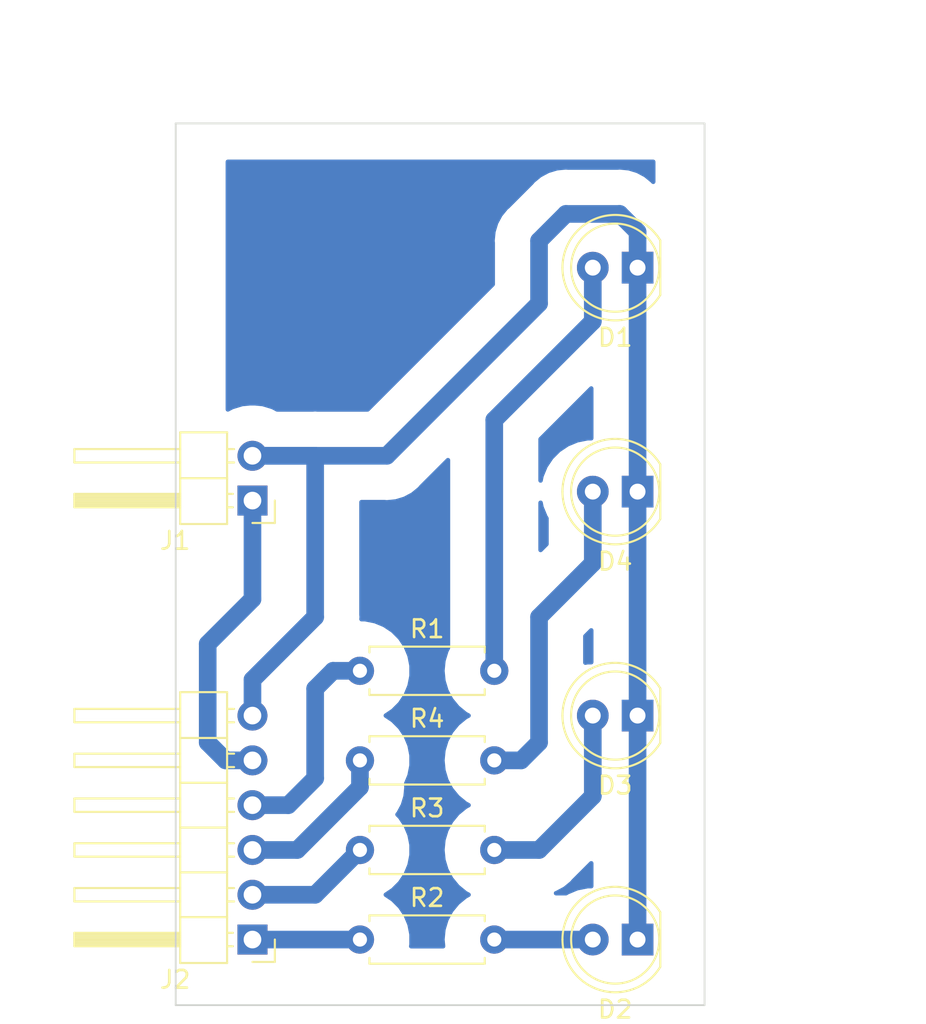
<source format=kicad_pcb>
(kicad_pcb (version 20171130) (host pcbnew "(5.1.2)-2")

  (general
    (thickness 1.6)
    (drawings 9)
    (tracks 42)
    (zones 0)
    (modules 10)
    (nets 11)
  )

  (page A4)
  (layers
    (0 F.Cu signal)
    (31 B.Cu signal)
    (32 B.Adhes user)
    (33 F.Adhes user)
    (34 B.Paste user)
    (35 F.Paste user)
    (36 B.SilkS user)
    (37 F.SilkS user)
    (38 B.Mask user)
    (39 F.Mask user)
    (40 Dwgs.User user)
    (41 Cmts.User user)
    (42 Eco1.User user)
    (43 Eco2.User user)
    (44 Edge.Cuts user)
    (45 Margin user)
    (46 B.CrtYd user)
    (47 F.CrtYd user)
    (48 B.Fab user)
    (49 F.Fab user)
  )

  (setup
    (last_trace_width 1)
    (user_trace_width 1)
    (trace_clearance 0.2)
    (zone_clearance 2)
    (zone_45_only no)
    (trace_min 0.2)
    (via_size 0.8)
    (via_drill 0.4)
    (via_min_size 0.4)
    (via_min_drill 0.3)
    (uvia_size 0.3)
    (uvia_drill 0.1)
    (uvias_allowed no)
    (uvia_min_size 0.2)
    (uvia_min_drill 0.1)
    (edge_width 0.05)
    (segment_width 0.2)
    (pcb_text_width 0.3)
    (pcb_text_size 1.5 1.5)
    (mod_edge_width 0.12)
    (mod_text_size 1 1)
    (mod_text_width 0.15)
    (pad_size 1.524 1.524)
    (pad_drill 0.762)
    (pad_to_mask_clearance 0.051)
    (solder_mask_min_width 0.25)
    (aux_axis_origin 0 0)
    (visible_elements FFFFFF7F)
    (pcbplotparams
      (layerselection 0x010fc_ffffffff)
      (usegerberextensions false)
      (usegerberattributes false)
      (usegerberadvancedattributes false)
      (creategerberjobfile false)
      (excludeedgelayer true)
      (linewidth 0.100000)
      (plotframeref false)
      (viasonmask false)
      (mode 1)
      (useauxorigin false)
      (hpglpennumber 1)
      (hpglpenspeed 20)
      (hpglpendiameter 15.000000)
      (psnegative false)
      (psa4output false)
      (plotreference true)
      (plotvalue true)
      (plotinvisibletext false)
      (padsonsilk false)
      (subtractmaskfromsilk false)
      (outputformat 1)
      (mirror false)
      (drillshape 1)
      (scaleselection 1)
      (outputdirectory ""))
  )

  (net 0 "")
  (net 1 GND)
  (net 2 "Net-(D1-Pad2)")
  (net 3 "Net-(D2-Pad2)")
  (net 4 "Net-(D3-Pad2)")
  (net 5 "Net-(D4-Pad2)")
  (net 6 "Net-(J1-Pad1)")
  (net 7 "Net-(J2-Pad1)")
  (net 8 "Net-(J2-Pad2)")
  (net 9 "Net-(J2-Pad3)")
  (net 10 "Net-(J2-Pad4)")

  (net_class Default "Esta es la clase de red por defecto."
    (clearance 0.2)
    (trace_width 0.25)
    (via_dia 0.8)
    (via_drill 0.4)
    (uvia_dia 0.3)
    (uvia_drill 0.1)
    (add_net GND)
    (add_net "Net-(D1-Pad2)")
    (add_net "Net-(D2-Pad2)")
    (add_net "Net-(D3-Pad2)")
    (add_net "Net-(D4-Pad2)")
    (add_net "Net-(J1-Pad1)")
    (add_net "Net-(J2-Pad1)")
    (add_net "Net-(J2-Pad2)")
    (add_net "Net-(J2-Pad3)")
    (add_net "Net-(J2-Pad4)")
  )

  (module LED_THT:LED_D5.0mm (layer F.Cu) (tedit 5995936A) (tstamp 5DCBA1B7)
    (at 76.2 43.18 180)
    (descr "LED, diameter 5.0mm, 2 pins, http://cdn-reichelt.de/documents/datenblatt/A500/LL-504BC2E-009.pdf")
    (tags "LED diameter 5.0mm 2 pins")
    (path /5DCB350F)
    (fp_text reference D1 (at 1.27 -3.96) (layer F.SilkS)
      (effects (font (size 1 1) (thickness 0.15)))
    )
    (fp_text value Alimentacion (at 1.27 3.96) (layer F.Fab)
      (effects (font (size 1 1) (thickness 0.15)))
    )
    (fp_arc (start 1.27 0) (end -1.23 -1.469694) (angle 299.1) (layer F.Fab) (width 0.1))
    (fp_arc (start 1.27 0) (end -1.29 -1.54483) (angle 148.9) (layer F.SilkS) (width 0.12))
    (fp_arc (start 1.27 0) (end -1.29 1.54483) (angle -148.9) (layer F.SilkS) (width 0.12))
    (fp_circle (center 1.27 0) (end 3.77 0) (layer F.Fab) (width 0.1))
    (fp_circle (center 1.27 0) (end 3.77 0) (layer F.SilkS) (width 0.12))
    (fp_line (start -1.23 -1.469694) (end -1.23 1.469694) (layer F.Fab) (width 0.1))
    (fp_line (start -1.29 -1.545) (end -1.29 1.545) (layer F.SilkS) (width 0.12))
    (fp_line (start -1.95 -3.25) (end -1.95 3.25) (layer F.CrtYd) (width 0.05))
    (fp_line (start -1.95 3.25) (end 4.5 3.25) (layer F.CrtYd) (width 0.05))
    (fp_line (start 4.5 3.25) (end 4.5 -3.25) (layer F.CrtYd) (width 0.05))
    (fp_line (start 4.5 -3.25) (end -1.95 -3.25) (layer F.CrtYd) (width 0.05))
    (fp_text user %R (at 1.25 0) (layer F.Fab)
      (effects (font (size 0.8 0.8) (thickness 0.2)))
    )
    (pad 1 thru_hole rect (at 0 0 180) (size 1.8 1.8) (drill 0.9) (layers *.Cu *.Mask)
      (net 1 GND))
    (pad 2 thru_hole circle (at 2.54 0 180) (size 1.8 1.8) (drill 0.9) (layers *.Cu *.Mask)
      (net 2 "Net-(D1-Pad2)"))
    (model ${KISYS3DMOD}/LED_THT.3dshapes/LED_D5.0mm.wrl
      (at (xyz 0 0 0))
      (scale (xyz 1 1 1))
      (rotate (xyz 0 0 0))
    )
  )

  (module LED_THT:LED_D5.0mm (layer F.Cu) (tedit 5995936A) (tstamp 5DCBA02D)
    (at 76.2 81.28 180)
    (descr "LED, diameter 5.0mm, 2 pins, http://cdn-reichelt.de/documents/datenblatt/A500/LL-504BC2E-009.pdf")
    (tags "LED diameter 5.0mm 2 pins")
    (path /5DCB3E6B)
    (fp_text reference D2 (at 1.27 -3.96) (layer F.SilkS)
      (effects (font (size 1 1) (thickness 0.15)))
    )
    (fp_text value Funcionand (at 1.27 3.96) (layer F.Fab)
      (effects (font (size 1 1) (thickness 0.15)))
    )
    (fp_text user %R (at 1.25 0) (layer F.Fab)
      (effects (font (size 0.8 0.8) (thickness 0.2)))
    )
    (fp_line (start 4.5 -3.25) (end -1.95 -3.25) (layer F.CrtYd) (width 0.05))
    (fp_line (start 4.5 3.25) (end 4.5 -3.25) (layer F.CrtYd) (width 0.05))
    (fp_line (start -1.95 3.25) (end 4.5 3.25) (layer F.CrtYd) (width 0.05))
    (fp_line (start -1.95 -3.25) (end -1.95 3.25) (layer F.CrtYd) (width 0.05))
    (fp_line (start -1.29 -1.545) (end -1.29 1.545) (layer F.SilkS) (width 0.12))
    (fp_line (start -1.23 -1.469694) (end -1.23 1.469694) (layer F.Fab) (width 0.1))
    (fp_circle (center 1.27 0) (end 3.77 0) (layer F.SilkS) (width 0.12))
    (fp_circle (center 1.27 0) (end 3.77 0) (layer F.Fab) (width 0.1))
    (fp_arc (start 1.27 0) (end -1.29 1.54483) (angle -148.9) (layer F.SilkS) (width 0.12))
    (fp_arc (start 1.27 0) (end -1.29 -1.54483) (angle 148.9) (layer F.SilkS) (width 0.12))
    (fp_arc (start 1.27 0) (end -1.23 -1.469694) (angle 299.1) (layer F.Fab) (width 0.1))
    (pad 2 thru_hole circle (at 2.54 0 180) (size 1.8 1.8) (drill 0.9) (layers *.Cu *.Mask)
      (net 3 "Net-(D2-Pad2)"))
    (pad 1 thru_hole rect (at 0 0 180) (size 1.8 1.8) (drill 0.9) (layers *.Cu *.Mask)
      (net 1 GND))
    (model ${KISYS3DMOD}/LED_THT.3dshapes/LED_D5.0mm.wrl
      (at (xyz 0 0 0))
      (scale (xyz 1 1 1))
      (rotate (xyz 0 0 0))
    )
  )

  (module LED_THT:LED_D5.0mm (layer F.Cu) (tedit 5995936A) (tstamp 5DCBA10B)
    (at 76.2 68.58 180)
    (descr "LED, diameter 5.0mm, 2 pins, http://cdn-reichelt.de/documents/datenblatt/A500/LL-504BC2E-009.pdf")
    (tags "LED diameter 5.0mm 2 pins")
    (path /5DCB48B8)
    (fp_text reference D3 (at 1.27 -3.96) (layer F.SilkS)
      (effects (font (size 1 1) (thickness 0.15)))
    )
    (fp_text value Corriendo (at 1.27 3.96) (layer F.Fab)
      (effects (font (size 1 1) (thickness 0.15)))
    )
    (fp_arc (start 1.27 0) (end -1.23 -1.469694) (angle 299.1) (layer F.Fab) (width 0.1))
    (fp_arc (start 1.27 0) (end -1.29 -1.54483) (angle 148.9) (layer F.SilkS) (width 0.12))
    (fp_arc (start 1.27 0) (end -1.29 1.54483) (angle -148.9) (layer F.SilkS) (width 0.12))
    (fp_circle (center 1.27 0) (end 3.77 0) (layer F.Fab) (width 0.1))
    (fp_circle (center 1.27 0) (end 3.77 0) (layer F.SilkS) (width 0.12))
    (fp_line (start -1.23 -1.469694) (end -1.23 1.469694) (layer F.Fab) (width 0.1))
    (fp_line (start -1.29 -1.545) (end -1.29 1.545) (layer F.SilkS) (width 0.12))
    (fp_line (start -1.95 -3.25) (end -1.95 3.25) (layer F.CrtYd) (width 0.05))
    (fp_line (start -1.95 3.25) (end 4.5 3.25) (layer F.CrtYd) (width 0.05))
    (fp_line (start 4.5 3.25) (end 4.5 -3.25) (layer F.CrtYd) (width 0.05))
    (fp_line (start 4.5 -3.25) (end -1.95 -3.25) (layer F.CrtYd) (width 0.05))
    (fp_text user %R (at 1.25 0) (layer F.Fab)
      (effects (font (size 0.8 0.8) (thickness 0.2)))
    )
    (pad 1 thru_hole rect (at 0 0 180) (size 1.8 1.8) (drill 0.9) (layers *.Cu *.Mask)
      (net 1 GND))
    (pad 2 thru_hole circle (at 2.54 0 180) (size 1.8 1.8) (drill 0.9) (layers *.Cu *.Mask)
      (net 4 "Net-(D3-Pad2)"))
    (model ${KISYS3DMOD}/LED_THT.3dshapes/LED_D5.0mm.wrl
      (at (xyz 0 0 0))
      (scale (xyz 1 1 1))
      (rotate (xyz 0 0 0))
    )
  )

  (module LED_THT:LED_D5.0mm (layer F.Cu) (tedit 5995936A) (tstamp 5DCB88FD)
    (at 76.2 55.88 180)
    (descr "LED, diameter 5.0mm, 2 pins, http://cdn-reichelt.de/documents/datenblatt/A500/LL-504BC2E-009.pdf")
    (tags "LED diameter 5.0mm 2 pins")
    (path /5DCB501F)
    (fp_text reference D4 (at 1.27 -3.96) (layer F.SilkS)
      (effects (font (size 1 1) (thickness 0.15)))
    )
    (fp_text value Rele (at 1.27 3.96) (layer F.Fab)
      (effects (font (size 1 1) (thickness 0.15)))
    )
    (fp_text user %R (at 1.25 0) (layer F.Fab)
      (effects (font (size 0.8 0.8) (thickness 0.2)))
    )
    (fp_line (start 4.5 -3.25) (end -1.95 -3.25) (layer F.CrtYd) (width 0.05))
    (fp_line (start 4.5 3.25) (end 4.5 -3.25) (layer F.CrtYd) (width 0.05))
    (fp_line (start -1.95 3.25) (end 4.5 3.25) (layer F.CrtYd) (width 0.05))
    (fp_line (start -1.95 -3.25) (end -1.95 3.25) (layer F.CrtYd) (width 0.05))
    (fp_line (start -1.29 -1.545) (end -1.29 1.545) (layer F.SilkS) (width 0.12))
    (fp_line (start -1.23 -1.469694) (end -1.23 1.469694) (layer F.Fab) (width 0.1))
    (fp_circle (center 1.27 0) (end 3.77 0) (layer F.SilkS) (width 0.12))
    (fp_circle (center 1.27 0) (end 3.77 0) (layer F.Fab) (width 0.1))
    (fp_arc (start 1.27 0) (end -1.29 1.54483) (angle -148.9) (layer F.SilkS) (width 0.12))
    (fp_arc (start 1.27 0) (end -1.29 -1.54483) (angle 148.9) (layer F.SilkS) (width 0.12))
    (fp_arc (start 1.27 0) (end -1.23 -1.469694) (angle 299.1) (layer F.Fab) (width 0.1))
    (pad 2 thru_hole circle (at 2.54 0 180) (size 1.8 1.8) (drill 0.9) (layers *.Cu *.Mask)
      (net 5 "Net-(D4-Pad2)"))
    (pad 1 thru_hole rect (at 0 0 180) (size 1.8 1.8) (drill 0.9) (layers *.Cu *.Mask)
      (net 1 GND))
    (model ${KISYS3DMOD}/LED_THT.3dshapes/LED_D5.0mm.wrl
      (at (xyz 0 0 0))
      (scale (xyz 1 1 1))
      (rotate (xyz 0 0 0))
    )
  )

  (module Connector_PinHeader_2.54mm:PinHeader_1x02_P2.54mm_Horizontal (layer F.Cu) (tedit 59FED5CB) (tstamp 5DCB8DC1)
    (at 54.356 56.388 180)
    (descr "Through hole angled pin header, 1x02, 2.54mm pitch, 6mm pin length, single row")
    (tags "Through hole angled pin header THT 1x02 2.54mm single row")
    (path /5DCB6D15)
    (fp_text reference J1 (at 4.385 -2.27) (layer F.SilkS)
      (effects (font (size 1 1) (thickness 0.15)))
    )
    (fp_text value Conn_01x02_Male (at 4.385 4.81) (layer F.Fab)
      (effects (font (size 1 1) (thickness 0.15)))
    )
    (fp_line (start 2.135 -1.27) (end 4.04 -1.27) (layer F.Fab) (width 0.1))
    (fp_line (start 4.04 -1.27) (end 4.04 3.81) (layer F.Fab) (width 0.1))
    (fp_line (start 4.04 3.81) (end 1.5 3.81) (layer F.Fab) (width 0.1))
    (fp_line (start 1.5 3.81) (end 1.5 -0.635) (layer F.Fab) (width 0.1))
    (fp_line (start 1.5 -0.635) (end 2.135 -1.27) (layer F.Fab) (width 0.1))
    (fp_line (start -0.32 -0.32) (end 1.5 -0.32) (layer F.Fab) (width 0.1))
    (fp_line (start -0.32 -0.32) (end -0.32 0.32) (layer F.Fab) (width 0.1))
    (fp_line (start -0.32 0.32) (end 1.5 0.32) (layer F.Fab) (width 0.1))
    (fp_line (start 4.04 -0.32) (end 10.04 -0.32) (layer F.Fab) (width 0.1))
    (fp_line (start 10.04 -0.32) (end 10.04 0.32) (layer F.Fab) (width 0.1))
    (fp_line (start 4.04 0.32) (end 10.04 0.32) (layer F.Fab) (width 0.1))
    (fp_line (start -0.32 2.22) (end 1.5 2.22) (layer F.Fab) (width 0.1))
    (fp_line (start -0.32 2.22) (end -0.32 2.86) (layer F.Fab) (width 0.1))
    (fp_line (start -0.32 2.86) (end 1.5 2.86) (layer F.Fab) (width 0.1))
    (fp_line (start 4.04 2.22) (end 10.04 2.22) (layer F.Fab) (width 0.1))
    (fp_line (start 10.04 2.22) (end 10.04 2.86) (layer F.Fab) (width 0.1))
    (fp_line (start 4.04 2.86) (end 10.04 2.86) (layer F.Fab) (width 0.1))
    (fp_line (start 1.44 -1.33) (end 1.44 3.87) (layer F.SilkS) (width 0.12))
    (fp_line (start 1.44 3.87) (end 4.1 3.87) (layer F.SilkS) (width 0.12))
    (fp_line (start 4.1 3.87) (end 4.1 -1.33) (layer F.SilkS) (width 0.12))
    (fp_line (start 4.1 -1.33) (end 1.44 -1.33) (layer F.SilkS) (width 0.12))
    (fp_line (start 4.1 -0.38) (end 10.1 -0.38) (layer F.SilkS) (width 0.12))
    (fp_line (start 10.1 -0.38) (end 10.1 0.38) (layer F.SilkS) (width 0.12))
    (fp_line (start 10.1 0.38) (end 4.1 0.38) (layer F.SilkS) (width 0.12))
    (fp_line (start 4.1 -0.32) (end 10.1 -0.32) (layer F.SilkS) (width 0.12))
    (fp_line (start 4.1 -0.2) (end 10.1 -0.2) (layer F.SilkS) (width 0.12))
    (fp_line (start 4.1 -0.08) (end 10.1 -0.08) (layer F.SilkS) (width 0.12))
    (fp_line (start 4.1 0.04) (end 10.1 0.04) (layer F.SilkS) (width 0.12))
    (fp_line (start 4.1 0.16) (end 10.1 0.16) (layer F.SilkS) (width 0.12))
    (fp_line (start 4.1 0.28) (end 10.1 0.28) (layer F.SilkS) (width 0.12))
    (fp_line (start 1.11 -0.38) (end 1.44 -0.38) (layer F.SilkS) (width 0.12))
    (fp_line (start 1.11 0.38) (end 1.44 0.38) (layer F.SilkS) (width 0.12))
    (fp_line (start 1.44 1.27) (end 4.1 1.27) (layer F.SilkS) (width 0.12))
    (fp_line (start 4.1 2.16) (end 10.1 2.16) (layer F.SilkS) (width 0.12))
    (fp_line (start 10.1 2.16) (end 10.1 2.92) (layer F.SilkS) (width 0.12))
    (fp_line (start 10.1 2.92) (end 4.1 2.92) (layer F.SilkS) (width 0.12))
    (fp_line (start 1.042929 2.16) (end 1.44 2.16) (layer F.SilkS) (width 0.12))
    (fp_line (start 1.042929 2.92) (end 1.44 2.92) (layer F.SilkS) (width 0.12))
    (fp_line (start -1.27 0) (end -1.27 -1.27) (layer F.SilkS) (width 0.12))
    (fp_line (start -1.27 -1.27) (end 0 -1.27) (layer F.SilkS) (width 0.12))
    (fp_line (start -1.8 -1.8) (end -1.8 4.35) (layer F.CrtYd) (width 0.05))
    (fp_line (start -1.8 4.35) (end 10.55 4.35) (layer F.CrtYd) (width 0.05))
    (fp_line (start 10.55 4.35) (end 10.55 -1.8) (layer F.CrtYd) (width 0.05))
    (fp_line (start 10.55 -1.8) (end -1.8 -1.8) (layer F.CrtYd) (width 0.05))
    (fp_text user %R (at 2.77 1.27 270) (layer F.Fab)
      (effects (font (size 1 1) (thickness 0.15)))
    )
    (pad 1 thru_hole rect (at 0 0 180) (size 1.7 1.7) (drill 1) (layers *.Cu *.Mask)
      (net 6 "Net-(J1-Pad1)"))
    (pad 2 thru_hole oval (at 0 2.54 180) (size 1.7 1.7) (drill 1) (layers *.Cu *.Mask)
      (net 1 GND))
    (model ${KISYS3DMOD}/Connector_PinHeader_2.54mm.3dshapes/PinHeader_1x02_P2.54mm_Horizontal.wrl
      (at (xyz 0 0 0))
      (scale (xyz 1 1 1))
      (rotate (xyz 0 0 0))
    )
  )

  (module Connector_PinHeader_2.54mm:PinHeader_1x06_P2.54mm_Horizontal (layer F.Cu) (tedit 59FED5CB) (tstamp 5DCB9C6C)
    (at 54.356 81.28 180)
    (descr "Through hole angled pin header, 1x06, 2.54mm pitch, 6mm pin length, single row")
    (tags "Through hole angled pin header THT 1x06 2.54mm single row")
    (path /5DCB5725)
    (fp_text reference J2 (at 4.385 -2.27) (layer F.SilkS)
      (effects (font (size 1 1) (thickness 0.15)))
    )
    (fp_text value Conn_01x06_Male (at 4.385 14.97) (layer F.Fab)
      (effects (font (size 1 1) (thickness 0.15)))
    )
    (fp_line (start 2.135 -1.27) (end 4.04 -1.27) (layer F.Fab) (width 0.1))
    (fp_line (start 4.04 -1.27) (end 4.04 13.97) (layer F.Fab) (width 0.1))
    (fp_line (start 4.04 13.97) (end 1.5 13.97) (layer F.Fab) (width 0.1))
    (fp_line (start 1.5 13.97) (end 1.5 -0.635) (layer F.Fab) (width 0.1))
    (fp_line (start 1.5 -0.635) (end 2.135 -1.27) (layer F.Fab) (width 0.1))
    (fp_line (start -0.32 -0.32) (end 1.5 -0.32) (layer F.Fab) (width 0.1))
    (fp_line (start -0.32 -0.32) (end -0.32 0.32) (layer F.Fab) (width 0.1))
    (fp_line (start -0.32 0.32) (end 1.5 0.32) (layer F.Fab) (width 0.1))
    (fp_line (start 4.04 -0.32) (end 10.04 -0.32) (layer F.Fab) (width 0.1))
    (fp_line (start 10.04 -0.32) (end 10.04 0.32) (layer F.Fab) (width 0.1))
    (fp_line (start 4.04 0.32) (end 10.04 0.32) (layer F.Fab) (width 0.1))
    (fp_line (start -0.32 2.22) (end 1.5 2.22) (layer F.Fab) (width 0.1))
    (fp_line (start -0.32 2.22) (end -0.32 2.86) (layer F.Fab) (width 0.1))
    (fp_line (start -0.32 2.86) (end 1.5 2.86) (layer F.Fab) (width 0.1))
    (fp_line (start 4.04 2.22) (end 10.04 2.22) (layer F.Fab) (width 0.1))
    (fp_line (start 10.04 2.22) (end 10.04 2.86) (layer F.Fab) (width 0.1))
    (fp_line (start 4.04 2.86) (end 10.04 2.86) (layer F.Fab) (width 0.1))
    (fp_line (start -0.32 4.76) (end 1.5 4.76) (layer F.Fab) (width 0.1))
    (fp_line (start -0.32 4.76) (end -0.32 5.4) (layer F.Fab) (width 0.1))
    (fp_line (start -0.32 5.4) (end 1.5 5.4) (layer F.Fab) (width 0.1))
    (fp_line (start 4.04 4.76) (end 10.04 4.76) (layer F.Fab) (width 0.1))
    (fp_line (start 10.04 4.76) (end 10.04 5.4) (layer F.Fab) (width 0.1))
    (fp_line (start 4.04 5.4) (end 10.04 5.4) (layer F.Fab) (width 0.1))
    (fp_line (start -0.32 7.3) (end 1.5 7.3) (layer F.Fab) (width 0.1))
    (fp_line (start -0.32 7.3) (end -0.32 7.94) (layer F.Fab) (width 0.1))
    (fp_line (start -0.32 7.94) (end 1.5 7.94) (layer F.Fab) (width 0.1))
    (fp_line (start 4.04 7.3) (end 10.04 7.3) (layer F.Fab) (width 0.1))
    (fp_line (start 10.04 7.3) (end 10.04 7.94) (layer F.Fab) (width 0.1))
    (fp_line (start 4.04 7.94) (end 10.04 7.94) (layer F.Fab) (width 0.1))
    (fp_line (start -0.32 9.84) (end 1.5 9.84) (layer F.Fab) (width 0.1))
    (fp_line (start -0.32 9.84) (end -0.32 10.48) (layer F.Fab) (width 0.1))
    (fp_line (start -0.32 10.48) (end 1.5 10.48) (layer F.Fab) (width 0.1))
    (fp_line (start 4.04 9.84) (end 10.04 9.84) (layer F.Fab) (width 0.1))
    (fp_line (start 10.04 9.84) (end 10.04 10.48) (layer F.Fab) (width 0.1))
    (fp_line (start 4.04 10.48) (end 10.04 10.48) (layer F.Fab) (width 0.1))
    (fp_line (start -0.32 12.38) (end 1.5 12.38) (layer F.Fab) (width 0.1))
    (fp_line (start -0.32 12.38) (end -0.32 13.02) (layer F.Fab) (width 0.1))
    (fp_line (start -0.32 13.02) (end 1.5 13.02) (layer F.Fab) (width 0.1))
    (fp_line (start 4.04 12.38) (end 10.04 12.38) (layer F.Fab) (width 0.1))
    (fp_line (start 10.04 12.38) (end 10.04 13.02) (layer F.Fab) (width 0.1))
    (fp_line (start 4.04 13.02) (end 10.04 13.02) (layer F.Fab) (width 0.1))
    (fp_line (start 1.44 -1.33) (end 1.44 14.03) (layer F.SilkS) (width 0.12))
    (fp_line (start 1.44 14.03) (end 4.1 14.03) (layer F.SilkS) (width 0.12))
    (fp_line (start 4.1 14.03) (end 4.1 -1.33) (layer F.SilkS) (width 0.12))
    (fp_line (start 4.1 -1.33) (end 1.44 -1.33) (layer F.SilkS) (width 0.12))
    (fp_line (start 4.1 -0.38) (end 10.1 -0.38) (layer F.SilkS) (width 0.12))
    (fp_line (start 10.1 -0.38) (end 10.1 0.38) (layer F.SilkS) (width 0.12))
    (fp_line (start 10.1 0.38) (end 4.1 0.38) (layer F.SilkS) (width 0.12))
    (fp_line (start 4.1 -0.32) (end 10.1 -0.32) (layer F.SilkS) (width 0.12))
    (fp_line (start 4.1 -0.2) (end 10.1 -0.2) (layer F.SilkS) (width 0.12))
    (fp_line (start 4.1 -0.08) (end 10.1 -0.08) (layer F.SilkS) (width 0.12))
    (fp_line (start 4.1 0.04) (end 10.1 0.04) (layer F.SilkS) (width 0.12))
    (fp_line (start 4.1 0.16) (end 10.1 0.16) (layer F.SilkS) (width 0.12))
    (fp_line (start 4.1 0.28) (end 10.1 0.28) (layer F.SilkS) (width 0.12))
    (fp_line (start 1.11 -0.38) (end 1.44 -0.38) (layer F.SilkS) (width 0.12))
    (fp_line (start 1.11 0.38) (end 1.44 0.38) (layer F.SilkS) (width 0.12))
    (fp_line (start 1.44 1.27) (end 4.1 1.27) (layer F.SilkS) (width 0.12))
    (fp_line (start 4.1 2.16) (end 10.1 2.16) (layer F.SilkS) (width 0.12))
    (fp_line (start 10.1 2.16) (end 10.1 2.92) (layer F.SilkS) (width 0.12))
    (fp_line (start 10.1 2.92) (end 4.1 2.92) (layer F.SilkS) (width 0.12))
    (fp_line (start 1.042929 2.16) (end 1.44 2.16) (layer F.SilkS) (width 0.12))
    (fp_line (start 1.042929 2.92) (end 1.44 2.92) (layer F.SilkS) (width 0.12))
    (fp_line (start 1.44 3.81) (end 4.1 3.81) (layer F.SilkS) (width 0.12))
    (fp_line (start 4.1 4.7) (end 10.1 4.7) (layer F.SilkS) (width 0.12))
    (fp_line (start 10.1 4.7) (end 10.1 5.46) (layer F.SilkS) (width 0.12))
    (fp_line (start 10.1 5.46) (end 4.1 5.46) (layer F.SilkS) (width 0.12))
    (fp_line (start 1.042929 4.7) (end 1.44 4.7) (layer F.SilkS) (width 0.12))
    (fp_line (start 1.042929 5.46) (end 1.44 5.46) (layer F.SilkS) (width 0.12))
    (fp_line (start 1.44 6.35) (end 4.1 6.35) (layer F.SilkS) (width 0.12))
    (fp_line (start 4.1 7.24) (end 10.1 7.24) (layer F.SilkS) (width 0.12))
    (fp_line (start 10.1 7.24) (end 10.1 8) (layer F.SilkS) (width 0.12))
    (fp_line (start 10.1 8) (end 4.1 8) (layer F.SilkS) (width 0.12))
    (fp_line (start 1.042929 7.24) (end 1.44 7.24) (layer F.SilkS) (width 0.12))
    (fp_line (start 1.042929 8) (end 1.44 8) (layer F.SilkS) (width 0.12))
    (fp_line (start 1.44 8.89) (end 4.1 8.89) (layer F.SilkS) (width 0.12))
    (fp_line (start 4.1 9.78) (end 10.1 9.78) (layer F.SilkS) (width 0.12))
    (fp_line (start 10.1 9.78) (end 10.1 10.54) (layer F.SilkS) (width 0.12))
    (fp_line (start 10.1 10.54) (end 4.1 10.54) (layer F.SilkS) (width 0.12))
    (fp_line (start 1.042929 9.78) (end 1.44 9.78) (layer F.SilkS) (width 0.12))
    (fp_line (start 1.042929 10.54) (end 1.44 10.54) (layer F.SilkS) (width 0.12))
    (fp_line (start 1.44 11.43) (end 4.1 11.43) (layer F.SilkS) (width 0.12))
    (fp_line (start 4.1 12.32) (end 10.1 12.32) (layer F.SilkS) (width 0.12))
    (fp_line (start 10.1 12.32) (end 10.1 13.08) (layer F.SilkS) (width 0.12))
    (fp_line (start 10.1 13.08) (end 4.1 13.08) (layer F.SilkS) (width 0.12))
    (fp_line (start 1.042929 12.32) (end 1.44 12.32) (layer F.SilkS) (width 0.12))
    (fp_line (start 1.042929 13.08) (end 1.44 13.08) (layer F.SilkS) (width 0.12))
    (fp_line (start -1.27 0) (end -1.27 -1.27) (layer F.SilkS) (width 0.12))
    (fp_line (start -1.27 -1.27) (end 0 -1.27) (layer F.SilkS) (width 0.12))
    (fp_line (start -1.8 -1.8) (end -1.8 14.5) (layer F.CrtYd) (width 0.05))
    (fp_line (start -1.8 14.5) (end 10.55 14.5) (layer F.CrtYd) (width 0.05))
    (fp_line (start 10.55 14.5) (end 10.55 -1.8) (layer F.CrtYd) (width 0.05))
    (fp_line (start 10.55 -1.8) (end -1.8 -1.8) (layer F.CrtYd) (width 0.05))
    (fp_text user %R (at 2.77 6.35 90) (layer F.Fab)
      (effects (font (size 1 1) (thickness 0.15)))
    )
    (pad 1 thru_hole rect (at 0 0 180) (size 1.7 1.7) (drill 1) (layers *.Cu *.Mask)
      (net 7 "Net-(J2-Pad1)"))
    (pad 2 thru_hole oval (at 0 2.54 180) (size 1.7 1.7) (drill 1) (layers *.Cu *.Mask)
      (net 8 "Net-(J2-Pad2)"))
    (pad 3 thru_hole oval (at 0 5.08 180) (size 1.7 1.7) (drill 1) (layers *.Cu *.Mask)
      (net 9 "Net-(J2-Pad3)"))
    (pad 4 thru_hole oval (at 0 7.62 180) (size 1.7 1.7) (drill 1) (layers *.Cu *.Mask)
      (net 10 "Net-(J2-Pad4)"))
    (pad 5 thru_hole oval (at 0 10.16 180) (size 1.7 1.7) (drill 1) (layers *.Cu *.Mask)
      (net 6 "Net-(J1-Pad1)"))
    (pad 6 thru_hole oval (at 0 12.7 180) (size 1.7 1.7) (drill 1) (layers *.Cu *.Mask)
      (net 1 GND))
    (model ${KISYS3DMOD}/Connector_PinHeader_2.54mm.3dshapes/PinHeader_1x06_P2.54mm_Horizontal.wrl
      (at (xyz 0 0 0))
      (scale (xyz 1 1 1))
      (rotate (xyz 0 0 0))
    )
  )

  (module Resistor_THT:R_Axial_DIN0207_L6.3mm_D2.5mm_P7.62mm_Horizontal (layer F.Cu) (tedit 5AE5139B) (tstamp 5DCB89AE)
    (at 60.452 66.04)
    (descr "Resistor, Axial_DIN0207 series, Axial, Horizontal, pin pitch=7.62mm, 0.25W = 1/4W, length*diameter=6.3*2.5mm^2, http://cdn-reichelt.de/documents/datenblatt/B400/1_4W%23YAG.pdf")
    (tags "Resistor Axial_DIN0207 series Axial Horizontal pin pitch 7.62mm 0.25W = 1/4W length 6.3mm diameter 2.5mm")
    (path /5DCB7A95)
    (fp_text reference R1 (at 3.81 -2.37) (layer F.SilkS)
      (effects (font (size 1 1) (thickness 0.15)))
    )
    (fp_text value R (at 3.81 2.37) (layer F.Fab)
      (effects (font (size 1 1) (thickness 0.15)))
    )
    (fp_line (start 0.66 -1.25) (end 0.66 1.25) (layer F.Fab) (width 0.1))
    (fp_line (start 0.66 1.25) (end 6.96 1.25) (layer F.Fab) (width 0.1))
    (fp_line (start 6.96 1.25) (end 6.96 -1.25) (layer F.Fab) (width 0.1))
    (fp_line (start 6.96 -1.25) (end 0.66 -1.25) (layer F.Fab) (width 0.1))
    (fp_line (start 0 0) (end 0.66 0) (layer F.Fab) (width 0.1))
    (fp_line (start 7.62 0) (end 6.96 0) (layer F.Fab) (width 0.1))
    (fp_line (start 0.54 -1.04) (end 0.54 -1.37) (layer F.SilkS) (width 0.12))
    (fp_line (start 0.54 -1.37) (end 7.08 -1.37) (layer F.SilkS) (width 0.12))
    (fp_line (start 7.08 -1.37) (end 7.08 -1.04) (layer F.SilkS) (width 0.12))
    (fp_line (start 0.54 1.04) (end 0.54 1.37) (layer F.SilkS) (width 0.12))
    (fp_line (start 0.54 1.37) (end 7.08 1.37) (layer F.SilkS) (width 0.12))
    (fp_line (start 7.08 1.37) (end 7.08 1.04) (layer F.SilkS) (width 0.12))
    (fp_line (start -1.05 -1.5) (end -1.05 1.5) (layer F.CrtYd) (width 0.05))
    (fp_line (start -1.05 1.5) (end 8.67 1.5) (layer F.CrtYd) (width 0.05))
    (fp_line (start 8.67 1.5) (end 8.67 -1.5) (layer F.CrtYd) (width 0.05))
    (fp_line (start 8.67 -1.5) (end -1.05 -1.5) (layer F.CrtYd) (width 0.05))
    (fp_text user %R (at 3.81 0) (layer F.Fab)
      (effects (font (size 1 1) (thickness 0.15)))
    )
    (pad 1 thru_hole circle (at 0 0) (size 1.6 1.6) (drill 0.8) (layers *.Cu *.Mask)
      (net 10 "Net-(J2-Pad4)"))
    (pad 2 thru_hole oval (at 7.62 0) (size 1.6 1.6) (drill 0.8) (layers *.Cu *.Mask)
      (net 2 "Net-(D1-Pad2)"))
    (model ${KISYS3DMOD}/Resistor_THT.3dshapes/R_Axial_DIN0207_L6.3mm_D2.5mm_P7.62mm_Horizontal.wrl
      (at (xyz 0 0 0))
      (scale (xyz 1 1 1))
      (rotate (xyz 0 0 0))
    )
  )

  (module Resistor_THT:R_Axial_DIN0207_L6.3mm_D2.5mm_P7.62mm_Horizontal (layer F.Cu) (tedit 5AE5139B) (tstamp 5DCB9AD7)
    (at 60.452 81.28)
    (descr "Resistor, Axial_DIN0207 series, Axial, Horizontal, pin pitch=7.62mm, 0.25W = 1/4W, length*diameter=6.3*2.5mm^2, http://cdn-reichelt.de/documents/datenblatt/B400/1_4W%23YAG.pdf")
    (tags "Resistor Axial_DIN0207 series Axial Horizontal pin pitch 7.62mm 0.25W = 1/4W length 6.3mm diameter 2.5mm")
    (path /5DCB8331)
    (fp_text reference R2 (at 3.81 -2.37) (layer F.SilkS)
      (effects (font (size 1 1) (thickness 0.15)))
    )
    (fp_text value R (at 3.81 2.37) (layer F.Fab)
      (effects (font (size 1 1) (thickness 0.15)))
    )
    (fp_text user %R (at 3.81 0) (layer F.Fab)
      (effects (font (size 1 1) (thickness 0.15)))
    )
    (fp_line (start 8.67 -1.5) (end -1.05 -1.5) (layer F.CrtYd) (width 0.05))
    (fp_line (start 8.67 1.5) (end 8.67 -1.5) (layer F.CrtYd) (width 0.05))
    (fp_line (start -1.05 1.5) (end 8.67 1.5) (layer F.CrtYd) (width 0.05))
    (fp_line (start -1.05 -1.5) (end -1.05 1.5) (layer F.CrtYd) (width 0.05))
    (fp_line (start 7.08 1.37) (end 7.08 1.04) (layer F.SilkS) (width 0.12))
    (fp_line (start 0.54 1.37) (end 7.08 1.37) (layer F.SilkS) (width 0.12))
    (fp_line (start 0.54 1.04) (end 0.54 1.37) (layer F.SilkS) (width 0.12))
    (fp_line (start 7.08 -1.37) (end 7.08 -1.04) (layer F.SilkS) (width 0.12))
    (fp_line (start 0.54 -1.37) (end 7.08 -1.37) (layer F.SilkS) (width 0.12))
    (fp_line (start 0.54 -1.04) (end 0.54 -1.37) (layer F.SilkS) (width 0.12))
    (fp_line (start 7.62 0) (end 6.96 0) (layer F.Fab) (width 0.1))
    (fp_line (start 0 0) (end 0.66 0) (layer F.Fab) (width 0.1))
    (fp_line (start 6.96 -1.25) (end 0.66 -1.25) (layer F.Fab) (width 0.1))
    (fp_line (start 6.96 1.25) (end 6.96 -1.25) (layer F.Fab) (width 0.1))
    (fp_line (start 0.66 1.25) (end 6.96 1.25) (layer F.Fab) (width 0.1))
    (fp_line (start 0.66 -1.25) (end 0.66 1.25) (layer F.Fab) (width 0.1))
    (pad 2 thru_hole oval (at 7.62 0) (size 1.6 1.6) (drill 0.8) (layers *.Cu *.Mask)
      (net 3 "Net-(D2-Pad2)"))
    (pad 1 thru_hole circle (at 0 0) (size 1.6 1.6) (drill 0.8) (layers *.Cu *.Mask)
      (net 7 "Net-(J2-Pad1)"))
    (model ${KISYS3DMOD}/Resistor_THT.3dshapes/R_Axial_DIN0207_L6.3mm_D2.5mm_P7.62mm_Horizontal.wrl
      (at (xyz 0 0 0))
      (scale (xyz 1 1 1))
      (rotate (xyz 0 0 0))
    )
  )

  (module Resistor_THT:R_Axial_DIN0207_L6.3mm_D2.5mm_P7.62mm_Horizontal (layer F.Cu) (tedit 5AE5139B) (tstamp 5DCB89DC)
    (at 60.452 76.2)
    (descr "Resistor, Axial_DIN0207 series, Axial, Horizontal, pin pitch=7.62mm, 0.25W = 1/4W, length*diameter=6.3*2.5mm^2, http://cdn-reichelt.de/documents/datenblatt/B400/1_4W%23YAG.pdf")
    (tags "Resistor Axial_DIN0207 series Axial Horizontal pin pitch 7.62mm 0.25W = 1/4W length 6.3mm diameter 2.5mm")
    (path /5DCB8819)
    (fp_text reference R3 (at 3.81 -2.37) (layer F.SilkS)
      (effects (font (size 1 1) (thickness 0.15)))
    )
    (fp_text value R (at 3.81 2.37) (layer F.Fab)
      (effects (font (size 1 1) (thickness 0.15)))
    )
    (fp_line (start 0.66 -1.25) (end 0.66 1.25) (layer F.Fab) (width 0.1))
    (fp_line (start 0.66 1.25) (end 6.96 1.25) (layer F.Fab) (width 0.1))
    (fp_line (start 6.96 1.25) (end 6.96 -1.25) (layer F.Fab) (width 0.1))
    (fp_line (start 6.96 -1.25) (end 0.66 -1.25) (layer F.Fab) (width 0.1))
    (fp_line (start 0 0) (end 0.66 0) (layer F.Fab) (width 0.1))
    (fp_line (start 7.62 0) (end 6.96 0) (layer F.Fab) (width 0.1))
    (fp_line (start 0.54 -1.04) (end 0.54 -1.37) (layer F.SilkS) (width 0.12))
    (fp_line (start 0.54 -1.37) (end 7.08 -1.37) (layer F.SilkS) (width 0.12))
    (fp_line (start 7.08 -1.37) (end 7.08 -1.04) (layer F.SilkS) (width 0.12))
    (fp_line (start 0.54 1.04) (end 0.54 1.37) (layer F.SilkS) (width 0.12))
    (fp_line (start 0.54 1.37) (end 7.08 1.37) (layer F.SilkS) (width 0.12))
    (fp_line (start 7.08 1.37) (end 7.08 1.04) (layer F.SilkS) (width 0.12))
    (fp_line (start -1.05 -1.5) (end -1.05 1.5) (layer F.CrtYd) (width 0.05))
    (fp_line (start -1.05 1.5) (end 8.67 1.5) (layer F.CrtYd) (width 0.05))
    (fp_line (start 8.67 1.5) (end 8.67 -1.5) (layer F.CrtYd) (width 0.05))
    (fp_line (start 8.67 -1.5) (end -1.05 -1.5) (layer F.CrtYd) (width 0.05))
    (fp_text user %R (at 3.81 0) (layer F.Fab)
      (effects (font (size 1 1) (thickness 0.15)))
    )
    (pad 1 thru_hole circle (at 0 0) (size 1.6 1.6) (drill 0.8) (layers *.Cu *.Mask)
      (net 8 "Net-(J2-Pad2)"))
    (pad 2 thru_hole oval (at 7.62 0) (size 1.6 1.6) (drill 0.8) (layers *.Cu *.Mask)
      (net 4 "Net-(D3-Pad2)"))
    (model ${KISYS3DMOD}/Resistor_THT.3dshapes/R_Axial_DIN0207_L6.3mm_D2.5mm_P7.62mm_Horizontal.wrl
      (at (xyz 0 0 0))
      (scale (xyz 1 1 1))
      (rotate (xyz 0 0 0))
    )
  )

  (module Resistor_THT:R_Axial_DIN0207_L6.3mm_D2.5mm_P7.62mm_Horizontal (layer F.Cu) (tedit 5AE5139B) (tstamp 5DCB89F3)
    (at 60.452 71.12)
    (descr "Resistor, Axial_DIN0207 series, Axial, Horizontal, pin pitch=7.62mm, 0.25W = 1/4W, length*diameter=6.3*2.5mm^2, http://cdn-reichelt.de/documents/datenblatt/B400/1_4W%23YAG.pdf")
    (tags "Resistor Axial_DIN0207 series Axial Horizontal pin pitch 7.62mm 0.25W = 1/4W length 6.3mm diameter 2.5mm")
    (path /5DCB8BF9)
    (fp_text reference R4 (at 3.81 -2.37) (layer F.SilkS)
      (effects (font (size 1 1) (thickness 0.15)))
    )
    (fp_text value R (at 3.81 2.37) (layer F.Fab)
      (effects (font (size 1 1) (thickness 0.15)))
    )
    (fp_text user %R (at 3.81 0) (layer F.Fab)
      (effects (font (size 1 1) (thickness 0.15)))
    )
    (fp_line (start 8.67 -1.5) (end -1.05 -1.5) (layer F.CrtYd) (width 0.05))
    (fp_line (start 8.67 1.5) (end 8.67 -1.5) (layer F.CrtYd) (width 0.05))
    (fp_line (start -1.05 1.5) (end 8.67 1.5) (layer F.CrtYd) (width 0.05))
    (fp_line (start -1.05 -1.5) (end -1.05 1.5) (layer F.CrtYd) (width 0.05))
    (fp_line (start 7.08 1.37) (end 7.08 1.04) (layer F.SilkS) (width 0.12))
    (fp_line (start 0.54 1.37) (end 7.08 1.37) (layer F.SilkS) (width 0.12))
    (fp_line (start 0.54 1.04) (end 0.54 1.37) (layer F.SilkS) (width 0.12))
    (fp_line (start 7.08 -1.37) (end 7.08 -1.04) (layer F.SilkS) (width 0.12))
    (fp_line (start 0.54 -1.37) (end 7.08 -1.37) (layer F.SilkS) (width 0.12))
    (fp_line (start 0.54 -1.04) (end 0.54 -1.37) (layer F.SilkS) (width 0.12))
    (fp_line (start 7.62 0) (end 6.96 0) (layer F.Fab) (width 0.1))
    (fp_line (start 0 0) (end 0.66 0) (layer F.Fab) (width 0.1))
    (fp_line (start 6.96 -1.25) (end 0.66 -1.25) (layer F.Fab) (width 0.1))
    (fp_line (start 6.96 1.25) (end 6.96 -1.25) (layer F.Fab) (width 0.1))
    (fp_line (start 0.66 1.25) (end 6.96 1.25) (layer F.Fab) (width 0.1))
    (fp_line (start 0.66 -1.25) (end 0.66 1.25) (layer F.Fab) (width 0.1))
    (pad 2 thru_hole oval (at 7.62 0) (size 1.6 1.6) (drill 0.8) (layers *.Cu *.Mask)
      (net 5 "Net-(D4-Pad2)"))
    (pad 1 thru_hole circle (at 0 0) (size 1.6 1.6) (drill 0.8) (layers *.Cu *.Mask)
      (net 9 "Net-(J2-Pad3)"))
    (model ${KISYS3DMOD}/Resistor_THT.3dshapes/R_Axial_DIN0207_L6.3mm_D2.5mm_P7.62mm_Horizontal.wrl
      (at (xyz 0 0 0))
      (scale (xyz 1 1 1))
      (rotate (xyz 0 0 0))
    )
  )

  (dimension 12.7 (width 0.15) (layer Eco2.User) (tstamp 5DCBA165)
    (gr_text "12.700 mm" (at 91.216 49.53 90) (layer Eco2.User) (tstamp 5DCBA165)
      (effects (font (size 1 1) (thickness 0.15)))
    )
    (feature1 (pts (xy 80.772 43.18) (xy 90.502421 43.18)))
    (feature2 (pts (xy 80.772 55.88) (xy 90.502421 55.88)))
    (crossbar (pts (xy 89.916 55.88) (xy 89.916 43.18)))
    (arrow1a (pts (xy 89.916 43.18) (xy 90.502421 44.306504)))
    (arrow1b (pts (xy 89.916 43.18) (xy 89.329579 44.306504)))
    (arrow2a (pts (xy 89.916 55.88) (xy 90.502421 54.753496)))
    (arrow2b (pts (xy 89.916 55.88) (xy 89.329579 54.753496)))
  )
  (dimension 12.7 (width 0.15) (layer Eco2.User) (tstamp 5DCBA165)
    (gr_text "12.700 mm" (at 91.216 62.23 90) (layer Eco2.User) (tstamp 5DCBA165)
      (effects (font (size 1 1) (thickness 0.15)))
    )
    (feature1 (pts (xy 80.772 55.88) (xy 90.502421 55.88)))
    (feature2 (pts (xy 80.772 68.58) (xy 90.502421 68.58)))
    (crossbar (pts (xy 89.916 68.58) (xy 89.916 55.88)))
    (arrow1a (pts (xy 89.916 55.88) (xy 90.502421 57.006504)))
    (arrow1b (pts (xy 89.916 55.88) (xy 89.329579 57.006504)))
    (arrow2a (pts (xy 89.916 68.58) (xy 90.502421 67.453496)))
    (arrow2b (pts (xy 89.916 68.58) (xy 89.329579 67.453496)))
  )
  (dimension 12.7 (width 0.15) (layer Eco2.User)
    (gr_text "12.700 mm" (at 91.216 74.93 90) (layer Eco2.User)
      (effects (font (size 1 1) (thickness 0.15)))
    )
    (feature1 (pts (xy 80.772 68.58) (xy 90.502421 68.58)))
    (feature2 (pts (xy 80.772 81.28) (xy 90.502421 81.28)))
    (crossbar (pts (xy 89.916 81.28) (xy 89.916 68.58)))
    (arrow1a (pts (xy 89.916 68.58) (xy 90.502421 69.706504)))
    (arrow1b (pts (xy 89.916 68.58) (xy 89.329579 69.706504)))
    (arrow2a (pts (xy 89.916 81.28) (xy 90.502421 80.153496)))
    (arrow2b (pts (xy 89.916 81.28) (xy 89.329579 80.153496)))
  )
  (gr_line (start 80 85) (end 50 85) (layer Edge.Cuts) (width 0.1))
  (gr_line (start 80 35) (end 80 85) (layer Edge.Cuts) (width 0.1))
  (gr_line (start 50 35) (end 80 35) (layer Edge.Cuts) (width 0.1))
  (gr_line (start 50 85) (end 50 35) (layer Edge.Cuts) (width 0.1))
  (dimension 30 (width 0.15) (layer Eco2.User)
    (gr_text "30.000 mm" (at 65 28.7) (layer Eco2.User)
      (effects (font (size 1 1) (thickness 0.15)))
    )
    (feature1 (pts (xy 80 35) (xy 80 29.413579)))
    (feature2 (pts (xy 50 35) (xy 50 29.413579)))
    (crossbar (pts (xy 50 30) (xy 80 30)))
    (arrow1a (pts (xy 80 30) (xy 78.873496 30.586421)))
    (arrow1b (pts (xy 80 30) (xy 78.873496 29.413579)))
    (arrow2a (pts (xy 50 30) (xy 51.126504 30.586421)))
    (arrow2b (pts (xy 50 30) (xy 51.126504 29.413579)))
  )
  (dimension 50 (width 0.15) (layer Eco2.User)
    (gr_text "50.000 mm" (at 43.7 60 270) (layer Eco2.User)
      (effects (font (size 1 1) (thickness 0.15)))
    )
    (feature1 (pts (xy 50 85) (xy 44.413579 85)))
    (feature2 (pts (xy 50 35) (xy 44.413579 35)))
    (crossbar (pts (xy 45 35) (xy 45 85)))
    (arrow1a (pts (xy 45 85) (xy 44.413579 83.873496)))
    (arrow1b (pts (xy 45 85) (xy 45.586421 83.873496)))
    (arrow2a (pts (xy 45 35) (xy 44.413579 36.126504)))
    (arrow2b (pts (xy 45 35) (xy 45.586421 36.126504)))
  )

  (segment (start 76.2 81.28) (end 76.2 68.58) (width 1) (layer B.Cu) (net 1))
  (segment (start 76.2 68.58) (end 76.2 55.88) (width 1) (layer B.Cu) (net 1))
  (segment (start 76.2 55.88) (end 76.2 43.18) (width 1) (layer B.Cu) (net 1))
  (segment (start 54.356 66.548) (end 54.356 68.58) (width 1) (layer B.Cu) (net 1))
  (segment (start 57.912 62.992) (end 54.356 66.548) (width 1) (layer B.Cu) (net 1))
  (segment (start 54.356 53.848) (end 57.912 53.848) (width 1) (layer B.Cu) (net 1))
  (segment (start 57.912 53.848) (end 57.912 62.992) (width 1) (layer B.Cu) (net 1))
  (segment (start 76.2 41.148) (end 76.2 43.18) (width 1) (layer B.Cu) (net 1))
  (segment (start 61.976 53.848) (end 70.612 45.212) (width 1) (layer B.Cu) (net 1))
  (segment (start 54.356 53.848) (end 61.976 53.848) (width 1) (layer B.Cu) (net 1))
  (segment (start 70.612 45.212) (end 70.612 41.656) (width 1) (layer B.Cu) (net 1))
  (segment (start 70.612 41.656) (end 72.136 40.132) (width 1) (layer B.Cu) (net 1))
  (segment (start 72.136 40.132) (end 75.184 40.132) (width 1) (layer B.Cu) (net 1))
  (segment (start 75.184 40.132) (end 76.2 41.148) (width 1) (layer B.Cu) (net 1))
  (segment (start 73.66 46.228) (end 73.66 43.18) (width 1) (layer B.Cu) (net 2))
  (segment (start 68.072 66.04) (end 68.072 51.816) (width 1) (layer B.Cu) (net 2))
  (segment (start 68.072 51.816) (end 73.66 46.228) (width 1) (layer B.Cu) (net 2))
  (segment (start 68.072 81.28) (end 73.66 81.28) (width 1) (layer B.Cu) (net 3))
  (segment (start 73.66 73.152) (end 73.66 68.58) (width 1) (layer B.Cu) (net 4))
  (segment (start 68.072 76.2) (end 70.612 76.2) (width 1) (layer B.Cu) (net 4))
  (segment (start 70.612 76.2) (end 73.66 73.152) (width 1) (layer B.Cu) (net 4))
  (segment (start 73.66 59.944) (end 73.66 55.88) (width 1) (layer B.Cu) (net 5))
  (segment (start 70.612 62.992) (end 73.66 59.944) (width 1) (layer B.Cu) (net 5))
  (segment (start 70.612 70.104) (end 70.612 62.992) (width 1) (layer B.Cu) (net 5))
  (segment (start 68.072 71.12) (end 69.596 71.12) (width 1) (layer B.Cu) (net 5))
  (segment (start 69.596 71.12) (end 70.612 70.104) (width 1) (layer B.Cu) (net 5))
  (segment (start 52.832 71.12) (end 54.356 71.12) (width 1) (layer B.Cu) (net 6))
  (segment (start 51.816 70.104) (end 52.832 71.12) (width 1) (layer B.Cu) (net 6))
  (segment (start 51.816 64.516) (end 51.816 70.104) (width 1) (layer B.Cu) (net 6))
  (segment (start 54.356 56.388) (end 54.356 61.976) (width 1) (layer B.Cu) (net 6))
  (segment (start 54.356 61.976) (end 51.816 64.516) (width 1) (layer B.Cu) (net 6))
  (segment (start 54.356 81.28) (end 60.452 81.28) (width 1) (layer B.Cu) (net 7))
  (segment (start 57.912 78.74) (end 60.452 76.2) (width 1) (layer B.Cu) (net 8))
  (segment (start 54.356 78.74) (end 57.912 78.74) (width 1) (layer B.Cu) (net 8))
  (segment (start 60.452 72.644) (end 60.452 71.12) (width 1) (layer B.Cu) (net 9))
  (segment (start 54.356 76.2) (end 56.896 76.2) (width 1) (layer B.Cu) (net 9))
  (segment (start 56.896 76.2) (end 60.452 72.644) (width 1) (layer B.Cu) (net 9))
  (segment (start 58.928 66.04) (end 60.452 66.04) (width 1) (layer B.Cu) (net 10))
  (segment (start 57.912 67.056) (end 58.928 66.04) (width 1) (layer B.Cu) (net 10))
  (segment (start 57.912 72.136) (end 57.912 67.056) (width 1) (layer B.Cu) (net 10))
  (segment (start 54.356 73.66) (end 56.388 73.66) (width 1) (layer B.Cu) (net 10))
  (segment (start 56.388 73.66) (end 57.912 72.136) (width 1) (layer B.Cu) (net 10))

  (zone (net 0) (net_name "") (layer B.Cu) (tstamp 0) (hatch edge 0.508)
    (connect_pads (clearance 2))
    (min_thickness 0.254)
    (fill yes (arc_segments 32) (thermal_gap 0.508) (thermal_bridge_width 0.508))
    (polygon
      (pts
        (xy 52.832 36.576) (xy 77.216 36.576) (xy 77.216 81.788) (xy 52.832 81.788)
      )
    )
    (filled_polygon
      (pts
        (xy 65.445 64.745565) (xy 65.354721 64.914466) (xy 65.187352 65.466208) (xy 65.130838 66.04) (xy 65.187352 66.613792)
        (xy 65.354721 67.165534) (xy 65.626513 67.674022) (xy 65.992284 68.119716) (xy 66.437978 68.485487) (xy 66.6148 68.58)
        (xy 66.437978 68.674513) (xy 65.992284 69.040284) (xy 65.626513 69.485978) (xy 65.354721 69.994466) (xy 65.187352 70.546208)
        (xy 65.130838 71.12) (xy 65.187352 71.693792) (xy 65.354721 72.245534) (xy 65.626513 72.754022) (xy 65.992284 73.199716)
        (xy 66.437978 73.565487) (xy 66.6148 73.66) (xy 66.437978 73.754513) (xy 65.992284 74.120284) (xy 65.626513 74.565978)
        (xy 65.354721 75.074466) (xy 65.187352 75.626208) (xy 65.130838 76.2) (xy 65.187352 76.773792) (xy 65.354721 77.325534)
        (xy 65.626513 77.834022) (xy 65.992284 78.279716) (xy 66.437978 78.645487) (xy 66.6148 78.74) (xy 66.437978 78.834513)
        (xy 65.992284 79.200284) (xy 65.626513 79.645978) (xy 65.354721 80.154466) (xy 65.187352 80.706208) (xy 65.130838 81.28)
        (xy 65.168364 81.661) (xy 63.360558 81.661) (xy 63.379 81.568284) (xy 63.379 80.991716) (xy 63.266518 80.426225)
        (xy 63.045874 79.893545) (xy 62.72555 79.414146) (xy 62.317854 79.00645) (xy 61.919083 78.74) (xy 62.317854 78.47355)
        (xy 62.72555 78.065854) (xy 63.045874 77.586455) (xy 63.266518 77.053775) (xy 63.379 76.488284) (xy 63.379 75.911716)
        (xy 63.266518 75.346225) (xy 63.045874 74.813545) (xy 62.72555 74.334146) (xy 62.581529 74.190125) (xy 62.646839 74.110544)
        (xy 62.890774 73.654173) (xy 63.040989 73.158982) (xy 63.079 72.773048) (xy 63.079 72.773038) (xy 63.091709 72.644001)
        (xy 63.079 72.514963) (xy 63.079 72.426482) (xy 63.266518 71.973775) (xy 63.379 71.408284) (xy 63.379 70.831716)
        (xy 63.266518 70.266225) (xy 63.045874 69.733545) (xy 62.72555 69.254146) (xy 62.317854 68.84645) (xy 61.919083 68.58)
        (xy 62.317854 68.31355) (xy 62.72555 67.905854) (xy 63.045874 67.426455) (xy 63.266518 66.893775) (xy 63.379 66.328284)
        (xy 63.379 65.751716) (xy 63.266518 65.186225) (xy 63.045874 64.653545) (xy 62.72555 64.174146) (xy 62.317854 63.76645)
        (xy 61.838455 63.446126) (xy 61.305775 63.225482) (xy 60.740284 63.113) (xy 60.539792 63.113) (xy 60.551709 62.992001)
        (xy 60.539 62.862963) (xy 60.539 56.475) (xy 61.846955 56.475) (xy 61.976 56.48771) (xy 62.105045 56.475)
        (xy 62.105048 56.475) (xy 62.490982 56.436989) (xy 62.986173 56.286774) (xy 63.442544 56.042839) (xy 63.842557 55.714557)
        (xy 63.924825 55.614313) (xy 65.445001 54.094138)
      )
    )
    (filled_polygon
      (pts
        (xy 73.573 78.253) (xy 73.361867 78.253) (xy 72.777057 78.369326) (xy 72.226178 78.597508) (xy 72.143128 78.653)
        (xy 71.575276 78.653) (xy 71.622173 78.638774) (xy 72.078544 78.394839) (xy 72.478557 78.066557) (xy 72.560825 77.966313)
        (xy 73.573 76.954138)
      )
    )
    (filled_polygon
      (pts
        (xy 73.573 65.553) (xy 73.361867 65.553) (xy 73.239 65.57744) (xy 73.239 64.080138) (xy 73.573 63.746138)
      )
    )
    (filled_polygon
      (pts
        (xy 70.749326 56.762943) (xy 70.977508 57.313822) (xy 71.033001 57.396873) (xy 71.033 58.855861) (xy 70.699 59.189861)
        (xy 70.699 56.509937)
      )
    )
    (filled_polygon
      (pts
        (xy 73.573 52.853) (xy 73.361867 52.853) (xy 72.777057 52.969326) (xy 72.226178 53.197508) (xy 71.7304 53.528776)
        (xy 71.308776 53.9504) (xy 70.977508 54.446178) (xy 70.749326 54.997057) (xy 70.699 55.250063) (xy 70.699 52.904138)
        (xy 73.573 50.030138)
      )
    )
    (filled_polygon
      (pts
        (xy 77.089 38.312286) (xy 77.050557 38.265443) (xy 76.650544 37.937161) (xy 76.194173 37.693226) (xy 75.698982 37.543011)
        (xy 75.313048 37.505) (xy 75.313045 37.505) (xy 75.184 37.49229) (xy 75.054955 37.505) (xy 72.265037 37.505)
        (xy 72.135999 37.492291) (xy 72.006962 37.505) (xy 72.006952 37.505) (xy 71.621018 37.543011) (xy 71.125827 37.693226)
        (xy 70.669456 37.937161) (xy 70.269443 38.265443) (xy 70.187175 38.365687) (xy 68.845683 39.707179) (xy 68.745444 39.789443)
        (xy 68.66318 39.889682) (xy 68.417162 40.189456) (xy 68.173227 40.645827) (xy 68.023012 41.141018) (xy 67.97229 41.656)
        (xy 67.985 41.785045) (xy 67.985 44.12386) (xy 60.887862 51.221) (xy 58.041047 51.221) (xy 57.912 51.20829)
        (xy 57.782952 51.221) (xy 55.756503 51.221) (xy 55.500761 51.084303) (xy 54.939594 50.914075) (xy 54.502246 50.871)
        (xy 54.209754 50.871) (xy 53.772406 50.914075) (xy 53.211239 51.084303) (xy 52.959 51.219127) (xy 52.959 37.177)
        (xy 77.089 37.177)
      )
    )
  )
)

</source>
